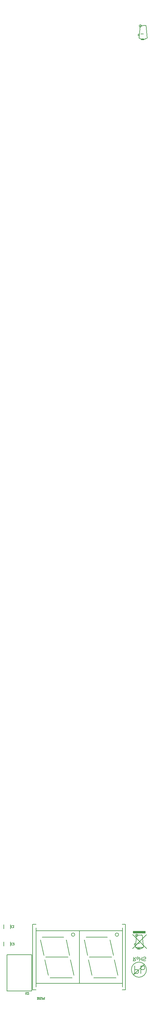
<source format=gbr>
G04 start of page 9 for group -4078 idx -4078 *
G04 Title: (unknown), bottomsilk *
G04 Creator: pcb 1.99z *
G04 CreationDate: Sun May  5 10:03:39 2013 UTC *
G04 For: matt *
G04 Format: Gerber/RS-274X *
G04 PCB-Dimensions (mil): 2165.35 1377.95 *
G04 PCB-Coordinate-Origin: lower left *
%MOIN*%
%FSLAX25Y25*%
%LNBOTTOMSILK*%
%ADD125C,0.0063*%
%ADD124C,0.0059*%
%ADD123C,0.0001*%
G54D123*G36*
X164173Y102795D02*Y105551D01*
X178740D01*
Y102795D01*
X164173D01*
G37*
G54D124*X164961Y55354D02*X177165Y67559D01*
X167323Y86850D02*X175984D01*
X163976Y101614D02*X179921Y85669D01*
X163976D02*X179921Y101614D01*
X171063Y52795D02*G75*G03X179724Y61457I0J8661D01*G01*
G75*G03X171063Y70118I-8661J0D01*G01*
G75*G03X162402Y61457I0J-8661D01*G01*
G75*G03X171063Y52795I8661J0D01*G01*
G54D125*X166419Y57287D02*Y65807D01*
X165354Y57287D02*X169614D01*
X170679Y58352D01*
Y60482D01*
X169614Y61547D02*X170679Y60482D01*
X166419Y61547D02*X169614D01*
X173235Y57287D02*Y65807D01*
Y64742D02*X174300Y65807D01*
X176430D01*
X177495Y64742D01*
Y62612D02*Y64742D01*
X176430Y61547D02*X177495Y62612D01*
X174300Y61547D02*X176430D01*
X173235Y62612D02*X174300Y61547D01*
G54D124*X164370Y71415D02*X166570D01*
X167120Y71965D01*
Y73065D01*
X166570Y73615D02*X167120Y73065D01*
X164920Y73615D02*X166570D01*
X164920Y71415D02*Y75815D01*
X165800Y73615D02*X167120Y75815D01*
X168440Y74165D02*Y75265D01*
Y74165D02*X168990Y73615D01*
X170090D01*
X170640Y74165D01*
Y75265D01*
X170090Y75815D02*X170640Y75265D01*
X168990Y75815D02*X170090D01*
X168440Y75265D02*X168990Y75815D01*
X171960Y71415D02*Y75815D01*
X174710Y71415D02*Y75815D01*
X171960Y73615D02*X174710D01*
X178230Y71415D02*X178780Y71965D01*
X176580Y71415D02*X178230D01*
X176030Y71965D02*X176580Y71415D01*
X176030Y71965D02*Y73065D01*
X176580Y73615D01*
X178230D01*
X178780Y74165D01*
Y75265D01*
X178230Y75815D02*X178780Y75265D01*
X176580Y75815D02*X178230D01*
X176030Y75265D02*X176580Y75815D01*
X172587Y1137598D02*X179140Y1137727D01*
X180425Y1123464D01*
X171417Y1123593D02*X172598Y1137598D01*
X173383Y1128216D02*X176227D01*
X170236Y1126348D02*X171649D01*
X170236D02*Y1127923D01*
X171782D01*
X173816Y1121576D02*X176514D01*
Y1122517D01*
X173816D02*X176514D01*
X173816Y1121576D02*Y1122517D01*
X174287Y1122046D02*X176043D01*
X171431Y1123464D02*X171811Y1123199D01*
X172401Y1122805D01*
X173035Y1122468D01*
X173835Y1122175D01*
X180425Y1123464D02*X179959Y1123166D01*
X179291Y1122805D01*
X178307Y1122411D01*
X177519Y1122163D01*
X176514Y1121996D01*
X178857Y1122503D02*Y1123186D01*
X178662Y1138225D02*X178700Y1138159D01*
X172795Y1135994D02*G75*G03X174173Y1137372I0J1378D01*G01*
G75*G03X172795Y1138750I-1378J0D01*G01*
G75*G03X171417Y1137372I0J-1378D01*G01*
G75*G03X172795Y1135994I1378J0D01*G01*
X53346Y45906D02*X152165D01*
Y41969D02*Y109291D01*
X102953Y45906D02*Y105748D01*
X49409Y38425D02*Y113228D01*
X155709D02*Y38425D01*
X53346Y41969D02*Y109291D01*
X49409Y38425D02*X53346D01*
X155709D02*X151772D01*
X155709Y113228D02*X151772D01*
X110433Y98465D02*X135039D01*
X108465Y95512D02*X112402Y77795D01*
X137992Y95512D02*X141929Y77795D01*
X114370Y75827D02*X139961D01*
X113386Y72874D02*X117323Y55157D01*
X142913Y72874D02*X146850Y55157D01*
X119291Y52205D02*X144882D01*
X60236Y98465D02*X84843D01*
X58268Y95512D02*X62205Y77795D01*
X87795Y95512D02*X91732Y77795D01*
X64173Y75827D02*X89764D01*
X63189Y72874D02*X67126Y55157D01*
X92717Y72874D02*X96654Y55157D01*
X69094Y52205D02*X94685D01*
X53346Y105748D02*X152165D01*
X49409Y113228D02*X53346D01*
X147834Y101417D02*G75*G03X145866Y103385I-1968J0D01*G01*
Y99449D02*G75*G03X147834Y101417I0J1968D01*G01*
X143898D02*G75*G03X145866Y99449I1968J0D01*G01*
Y103385D02*G75*G03X143898Y101417I0J-1968D01*G01*
X97637D02*G75*G03X95669Y103385I-1968J0D01*G01*
Y99449D02*G75*G03X97637Y101417I0J1968D01*G01*
X93701D02*G75*G03X95669Y99449I1968J0D01*G01*
Y103385D02*G75*G03X93701Y101417I0J-1968D01*G01*
X19839Y37021D02*Y78421D01*
X48339D01*
Y37021D01*
X19839D01*
X168296Y100826D02*X174849Y100955D01*
X176134Y86693D01*
X167126Y86821D02*X168307Y100827D01*
X169092Y91444D02*X171936D01*
X165945Y89577D02*X167358D01*
X165945Y91152D02*Y89577D01*
Y91152D02*X167491D01*
X169525Y84804D02*X172223D01*
Y85745D02*Y84804D01*
X169525Y85745D02*X172223D01*
X169525D02*Y84804D01*
X169996Y85275D02*X171752D01*
X167140Y86693D02*X167520Y86427D01*
X168110Y86033D01*
X168744Y85696D01*
X169544Y85404D01*
X176134Y86693D02*X175668Y86395D01*
X175000Y86033D01*
X174016Y85640D01*
X173228Y85391D01*
X172223Y85225D01*
X174567Y86415D02*Y85731D01*
X174371Y101454D02*X174409Y101388D01*
X168504Y99222D02*G75*G03X169882Y100600I0J1378D01*G01*
G75*G03X168504Y101978I-1378J0D01*G01*
G75*G03X167126Y100600I0J-1378D01*G01*
G75*G03X168504Y99222I1378J0D01*G01*
X23819Y93110D02*Y88386D01*
X16339Y93110D02*Y88386D01*
Y112795D02*Y108071D01*
X23819Y112795D02*Y108071D01*
X54828Y27608D02*Y30008D01*
X55608Y27608D02*X56028Y28028D01*
Y29588D01*
X55608Y30008D02*X56028Y29588D01*
X54528Y30008D02*X55608D01*
X54528Y27608D02*X55608D01*
X56748D02*X57348D01*
X57048D02*Y30008D01*
X56748D02*X57348D01*
X59268Y27608D02*X59568Y27908D01*
X58368Y27608D02*X59268D01*
X58068Y27908D02*X58368Y27608D01*
X58068Y27908D02*Y28508D01*
X58368Y28808D01*
X59268D01*
X59568Y29108D01*
Y29708D01*
X59268Y30008D02*X59568Y29708D01*
X58368Y30008D02*X59268D01*
X58068Y29708D02*X58368Y30008D01*
X60588Y27608D02*Y30008D01*
X60288Y27608D02*X61488D01*
X61788Y27908D01*
Y28508D01*
X61488Y28808D02*X61788Y28508D01*
X60588Y28808D02*X61488D01*
X62508Y28088D02*X62988Y27608D01*
Y30008D01*
X62508D02*X63408D01*
X41339Y33120D02*Y35220D01*
X41639Y35520D01*
X42239D01*
X42539Y35220D01*
Y33120D02*Y35220D01*
X43259Y33420D02*X43559Y33120D01*
X44459D01*
X44759Y33420D01*
Y34020D01*
X43259Y35520D02*X44759Y34020D01*
X43259Y35520D02*X44759D01*
X25459Y111700D02*X26239D01*
X25039Y111280D02*X25459Y111700D01*
X25039Y109720D02*Y111280D01*
Y109720D02*X25459Y109300D01*
X26239D01*
X26959Y109780D02*X27439Y109300D01*
Y111700D01*
X26959D02*X27859D01*
X25380Y92015D02*X26160D01*
X24960Y91595D02*X25380Y92015D01*
X24960Y90035D02*Y91595D01*
Y90035D02*X25380Y89615D01*
X26160D01*
X26880Y89915D02*X27180Y89615D01*
X28080D01*
X28380Y89915D01*
Y90515D01*
X26880Y92015D02*X28380Y90515D01*
X26880Y92015D02*X28380D01*
M02*

</source>
